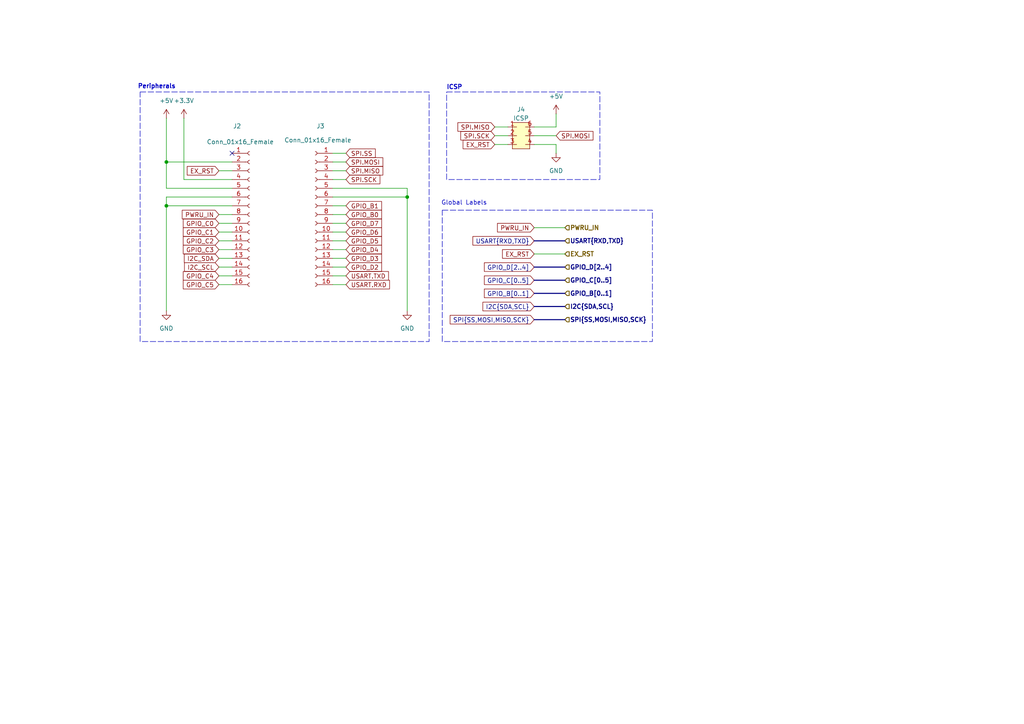
<source format=kicad_sch>
(kicad_sch
	(version 20231120)
	(generator "eeschema")
	(generator_version "8.0")
	(uuid "8b3b20e6-8f52-4e2b-b72b-c0a8f27cd99c")
	(paper "A4")
	(lib_symbols
		(symbol "Connector:Conn_01x16_Socket"
			(pin_names
				(offset 1.016) hide)
			(exclude_from_sim no)
			(in_bom yes)
			(on_board yes)
			(property "Reference" "J"
				(at 0 20.32 0)
				(effects
					(font
						(size 1.27 1.27)
					)
				)
			)
			(property "Value" "Conn_01x16_Socket"
				(at 0 -22.86 0)
				(effects
					(font
						(size 1.27 1.27)
					)
				)
			)
			(property "Footprint" ""
				(at 0 0 0)
				(effects
					(font
						(size 1.27 1.27)
					)
					(hide yes)
				)
			)
			(property "Datasheet" "~"
				(at 0 0 0)
				(effects
					(font
						(size 1.27 1.27)
					)
					(hide yes)
				)
			)
			(property "Description" "Generic connector, single row, 01x16, script generated"
				(at 0 0 0)
				(effects
					(font
						(size 1.27 1.27)
					)
					(hide yes)
				)
			)
			(property "ki_locked" ""
				(at 0 0 0)
				(effects
					(font
						(size 1.27 1.27)
					)
				)
			)
			(property "ki_keywords" "connector"
				(at 0 0 0)
				(effects
					(font
						(size 1.27 1.27)
					)
					(hide yes)
				)
			)
			(property "ki_fp_filters" "Connector*:*_1x??_*"
				(at 0 0 0)
				(effects
					(font
						(size 1.27 1.27)
					)
					(hide yes)
				)
			)
			(symbol "Conn_01x16_Socket_1_1"
				(arc
					(start 0 -19.812)
					(mid -0.5058 -20.32)
					(end 0 -20.828)
					(stroke
						(width 0.1524)
						(type default)
					)
					(fill
						(type none)
					)
				)
				(arc
					(start 0 -17.272)
					(mid -0.5058 -17.78)
					(end 0 -18.288)
					(stroke
						(width 0.1524)
						(type default)
					)
					(fill
						(type none)
					)
				)
				(arc
					(start 0 -14.732)
					(mid -0.5058 -15.24)
					(end 0 -15.748)
					(stroke
						(width 0.1524)
						(type default)
					)
					(fill
						(type none)
					)
				)
				(arc
					(start 0 -12.192)
					(mid -0.5058 -12.7)
					(end 0 -13.208)
					(stroke
						(width 0.1524)
						(type default)
					)
					(fill
						(type none)
					)
				)
				(arc
					(start 0 -9.652)
					(mid -0.5058 -10.16)
					(end 0 -10.668)
					(stroke
						(width 0.1524)
						(type default)
					)
					(fill
						(type none)
					)
				)
				(arc
					(start 0 -7.112)
					(mid -0.5058 -7.62)
					(end 0 -8.128)
					(stroke
						(width 0.1524)
						(type default)
					)
					(fill
						(type none)
					)
				)
				(arc
					(start 0 -4.572)
					(mid -0.5058 -5.08)
					(end 0 -5.588)
					(stroke
						(width 0.1524)
						(type default)
					)
					(fill
						(type none)
					)
				)
				(arc
					(start 0 -2.032)
					(mid -0.5058 -2.54)
					(end 0 -3.048)
					(stroke
						(width 0.1524)
						(type default)
					)
					(fill
						(type none)
					)
				)
				(polyline
					(pts
						(xy -1.27 -20.32) (xy -0.508 -20.32)
					)
					(stroke
						(width 0.1524)
						(type default)
					)
					(fill
						(type none)
					)
				)
				(polyline
					(pts
						(xy -1.27 -17.78) (xy -0.508 -17.78)
					)
					(stroke
						(width 0.1524)
						(type default)
					)
					(fill
						(type none)
					)
				)
				(polyline
					(pts
						(xy -1.27 -15.24) (xy -0.508 -15.24)
					)
					(stroke
						(width 0.1524)
						(type default)
					)
					(fill
						(type none)
					)
				)
				(polyline
					(pts
						(xy -1.27 -12.7) (xy -0.508 -12.7)
					)
					(stroke
						(width 0.1524)
						(type default)
					)
					(fill
						(type none)
					)
				)
				(polyline
					(pts
						(xy -1.27 -10.16) (xy -0.508 -10.16)
					)
					(stroke
						(width 0.1524)
						(type default)
					)
					(fill
						(type none)
					)
				)
				(polyline
					(pts
						(xy -1.27 -7.62) (xy -0.508 -7.62)
					)
					(stroke
						(width 0.1524)
						(type default)
					)
					(fill
						(type none)
					)
				)
				(polyline
					(pts
						(xy -1.27 -5.08) (xy -0.508 -5.08)
					)
					(stroke
						(width 0.1524)
						(type default)
					)
					(fill
						(type none)
					)
				)
				(polyline
					(pts
						(xy -1.27 -2.54) (xy -0.508 -2.54)
					)
					(stroke
						(width 0.1524)
						(type default)
					)
					(fill
						(type none)
					)
				)
				(polyline
					(pts
						(xy -1.27 0) (xy -0.508 0)
					)
					(stroke
						(width 0.1524)
						(type default)
					)
					(fill
						(type none)
					)
				)
				(polyline
					(pts
						(xy -1.27 2.54) (xy -0.508 2.54)
					)
					(stroke
						(width 0.1524)
						(type default)
					)
					(fill
						(type none)
					)
				)
				(polyline
					(pts
						(xy -1.27 5.08) (xy -0.508 5.08)
					)
					(stroke
						(width 0.1524)
						(type default)
					)
					(fill
						(type none)
					)
				)
				(polyline
					(pts
						(xy -1.27 7.62) (xy -0.508 7.62)
					)
					(stroke
						(width 0.1524)
						(type default)
					)
					(fill
						(type none)
					)
				)
				(polyline
					(pts
						(xy -1.27 10.16) (xy -0.508 10.16)
					)
					(stroke
						(width 0.1524)
						(type default)
					)
					(fill
						(type none)
					)
				)
				(polyline
					(pts
						(xy -1.27 12.7) (xy -0.508 12.7)
					)
					(stroke
						(width 0.1524)
						(type default)
					)
					(fill
						(type none)
					)
				)
				(polyline
					(pts
						(xy -1.27 15.24) (xy -0.508 15.24)
					)
					(stroke
						(width 0.1524)
						(type default)
					)
					(fill
						(type none)
					)
				)
				(polyline
					(pts
						(xy -1.27 17.78) (xy -0.508 17.78)
					)
					(stroke
						(width 0.1524)
						(type default)
					)
					(fill
						(type none)
					)
				)
				(arc
					(start 0 0.508)
					(mid -0.5058 0)
					(end 0 -0.508)
					(stroke
						(width 0.1524)
						(type default)
					)
					(fill
						(type none)
					)
				)
				(arc
					(start 0 3.048)
					(mid -0.5058 2.54)
					(end 0 2.032)
					(stroke
						(width 0.1524)
						(type default)
					)
					(fill
						(type none)
					)
				)
				(arc
					(start 0 5.588)
					(mid -0.5058 5.08)
					(end 0 4.572)
					(stroke
						(width 0.1524)
						(type default)
					)
					(fill
						(type none)
					)
				)
				(arc
					(start 0 8.128)
					(mid -0.5058 7.62)
					(end 0 7.112)
					(stroke
						(width 0.1524)
						(type default)
					)
					(fill
						(type none)
					)
				)
				(arc
					(start 0 10.668)
					(mid -0.5058 10.16)
					(end 0 9.652)
					(stroke
						(width 0.1524)
						(type default)
					)
					(fill
						(type none)
					)
				)
				(arc
					(start 0 13.208)
					(mid -0.5058 12.7)
					(end 0 12.192)
					(stroke
						(width 0.1524)
						(type default)
					)
					(fill
						(type none)
					)
				)
				(arc
					(start 0 15.748)
					(mid -0.5058 15.24)
					(end 0 14.732)
					(stroke
						(width 0.1524)
						(type default)
					)
					(fill
						(type none)
					)
				)
				(arc
					(start 0 18.288)
					(mid -0.5058 17.78)
					(end 0 17.272)
					(stroke
						(width 0.1524)
						(type default)
					)
					(fill
						(type none)
					)
				)
				(pin passive line
					(at -5.08 17.78 0)
					(length 3.81)
					(name "Pin_1"
						(effects
							(font
								(size 1.27 1.27)
							)
						)
					)
					(number "1"
						(effects
							(font
								(size 1.27 1.27)
							)
						)
					)
				)
				(pin passive line
					(at -5.08 -5.08 0)
					(length 3.81)
					(name "Pin_10"
						(effects
							(font
								(size 1.27 1.27)
							)
						)
					)
					(number "10"
						(effects
							(font
								(size 1.27 1.27)
							)
						)
					)
				)
				(pin passive line
					(at -5.08 -7.62 0)
					(length 3.81)
					(name "Pin_11"
						(effects
							(font
								(size 1.27 1.27)
							)
						)
					)
					(number "11"
						(effects
							(font
								(size 1.27 1.27)
							)
						)
					)
				)
				(pin passive line
					(at -5.08 -10.16 0)
					(length 3.81)
					(name "Pin_12"
						(effects
							(font
								(size 1.27 1.27)
							)
						)
					)
					(number "12"
						(effects
							(font
								(size 1.27 1.27)
							)
						)
					)
				)
				(pin passive line
					(at -5.08 -12.7 0)
					(length 3.81)
					(name "Pin_13"
						(effects
							(font
								(size 1.27 1.27)
							)
						)
					)
					(number "13"
						(effects
							(font
								(size 1.27 1.27)
							)
						)
					)
				)
				(pin passive line
					(at -5.08 -15.24 0)
					(length 3.81)
					(name "Pin_14"
						(effects
							(font
								(size 1.27 1.27)
							)
						)
					)
					(number "14"
						(effects
							(font
								(size 1.27 1.27)
							)
						)
					)
				)
				(pin passive line
					(at -5.08 -17.78 0)
					(length 3.81)
					(name "Pin_15"
						(effects
							(font
								(size 1.27 1.27)
							)
						)
					)
					(number "15"
						(effects
							(font
								(size 1.27 1.27)
							)
						)
					)
				)
				(pin passive line
					(at -5.08 -20.32 0)
					(length 3.81)
					(name "Pin_16"
						(effects
							(font
								(size 1.27 1.27)
							)
						)
					)
					(number "16"
						(effects
							(font
								(size 1.27 1.27)
							)
						)
					)
				)
				(pin passive line
					(at -5.08 15.24 0)
					(length 3.81)
					(name "Pin_2"
						(effects
							(font
								(size 1.27 1.27)
							)
						)
					)
					(number "2"
						(effects
							(font
								(size 1.27 1.27)
							)
						)
					)
				)
				(pin passive line
					(at -5.08 12.7 0)
					(length 3.81)
					(name "Pin_3"
						(effects
							(font
								(size 1.27 1.27)
							)
						)
					)
					(number "3"
						(effects
							(font
								(size 1.27 1.27)
							)
						)
					)
				)
				(pin passive line
					(at -5.08 10.16 0)
					(length 3.81)
					(name "Pin_4"
						(effects
							(font
								(size 1.27 1.27)
							)
						)
					)
					(number "4"
						(effects
							(font
								(size 1.27 1.27)
							)
						)
					)
				)
				(pin passive line
					(at -5.08 7.62 0)
					(length 3.81)
					(name "Pin_5"
						(effects
							(font
								(size 1.27 1.27)
							)
						)
					)
					(number "5"
						(effects
							(font
								(size 1.27 1.27)
							)
						)
					)
				)
				(pin passive line
					(at -5.08 5.08 0)
					(length 3.81)
					(name "Pin_6"
						(effects
							(font
								(size 1.27 1.27)
							)
						)
					)
					(number "6"
						(effects
							(font
								(size 1.27 1.27)
							)
						)
					)
				)
				(pin passive line
					(at -5.08 2.54 0)
					(length 3.81)
					(name "Pin_7"
						(effects
							(font
								(size 1.27 1.27)
							)
						)
					)
					(number "7"
						(effects
							(font
								(size 1.27 1.27)
							)
						)
					)
				)
				(pin passive line
					(at -5.08 0 0)
					(length 3.81)
					(name "Pin_8"
						(effects
							(font
								(size 1.27 1.27)
							)
						)
					)
					(number "8"
						(effects
							(font
								(size 1.27 1.27)
							)
						)
					)
				)
				(pin passive line
					(at -5.08 -2.54 0)
					(length 3.81)
					(name "Pin_9"
						(effects
							(font
								(size 1.27 1.27)
							)
						)
					)
					(number "9"
						(effects
							(font
								(size 1.27 1.27)
							)
						)
					)
				)
			)
		)
		(symbol "New_Library:ICSP"
			(exclude_from_sim no)
			(in_bom yes)
			(on_board yes)
			(property "Reference" "J"
				(at -2.54 5.08 0)
				(effects
					(font
						(size 1.27 1.27)
					)
				)
			)
			(property "Value" ""
				(at 0 0 0)
				(effects
					(font
						(size 1.27 1.27)
					)
				)
			)
			(property "Footprint" ""
				(at 0 0 0)
				(effects
					(font
						(size 1.27 1.27)
					)
					(hide yes)
				)
			)
			(property "Datasheet" ""
				(at 0 0 0)
				(effects
					(font
						(size 1.27 1.27)
					)
					(hide yes)
				)
			)
			(property "Description" ""
				(at 0 0 0)
				(effects
					(font
						(size 1.27 1.27)
					)
					(hide yes)
				)
			)
			(symbol "ICSP_0_1"
				(rectangle
					(start -5.08 3.81)
					(end 0 -3.81)
					(stroke
						(width 0)
						(type default)
					)
					(fill
						(type color)
						(color 255 255 194 1)
					)
				)
			)
			(symbol "ICSP_1_1"
				(pin input line
					(at -6.35 2.54 0)
					(length 2.54)
					(name ""
						(effects
							(font
								(size 1.27 1.27)
							)
						)
					)
					(number "1"
						(effects
							(font
								(size 1.27 1.27)
							)
						)
					)
				)
				(pin input line
					(at -6.35 0 0)
					(length 2.54)
					(name ""
						(effects
							(font
								(size 1.27 1.27)
							)
						)
					)
					(number "2"
						(effects
							(font
								(size 1.27 1.27)
							)
						)
					)
				)
				(pin input line
					(at -6.35 -2.54 0)
					(length 2.54)
					(name ""
						(effects
							(font
								(size 1.27 1.27)
							)
						)
					)
					(number "3"
						(effects
							(font
								(size 1.27 1.27)
							)
						)
					)
				)
				(pin input line
					(at 1.27 -2.54 180)
					(length 2.54)
					(name ""
						(effects
							(font
								(size 1.27 1.27)
							)
						)
					)
					(number "4"
						(effects
							(font
								(size 1.27 1.27)
							)
						)
					)
				)
				(pin input line
					(at 1.27 0 180)
					(length 2.54)
					(name ""
						(effects
							(font
								(size 1.27 1.27)
							)
						)
					)
					(number "5"
						(effects
							(font
								(size 1.27 1.27)
							)
						)
					)
				)
				(pin input line
					(at 1.27 2.54 180)
					(length 2.54)
					(name ""
						(effects
							(font
								(size 1.27 1.27)
							)
						)
					)
					(number "6"
						(effects
							(font
								(size 1.27 1.27)
							)
						)
					)
				)
			)
		)
		(symbol "power:+3.3V"
			(power)
			(pin_numbers hide)
			(pin_names
				(offset 0) hide)
			(exclude_from_sim no)
			(in_bom yes)
			(on_board yes)
			(property "Reference" "#PWR"
				(at 0 -3.81 0)
				(effects
					(font
						(size 1.27 1.27)
					)
					(hide yes)
				)
			)
			(property "Value" "+3.3V"
				(at 0 3.556 0)
				(effects
					(font
						(size 1.27 1.27)
					)
				)
			)
			(property "Footprint" ""
				(at 0 0 0)
				(effects
					(font
						(size 1.27 1.27)
					)
					(hide yes)
				)
			)
			(property "Datasheet" ""
				(at 0 0 0)
				(effects
					(font
						(size 1.27 1.27)
					)
					(hide yes)
				)
			)
			(property "Description" "Power symbol creates a global label with name \"+3.3V\""
				(at 0 0 0)
				(effects
					(font
						(size 1.27 1.27)
					)
					(hide yes)
				)
			)
			(property "ki_keywords" "global power"
				(at 0 0 0)
				(effects
					(font
						(size 1.27 1.27)
					)
					(hide yes)
				)
			)
			(symbol "+3.3V_0_1"
				(polyline
					(pts
						(xy -0.762 1.27) (xy 0 2.54)
					)
					(stroke
						(width 0)
						(type default)
					)
					(fill
						(type none)
					)
				)
				(polyline
					(pts
						(xy 0 0) (xy 0 2.54)
					)
					(stroke
						(width 0)
						(type default)
					)
					(fill
						(type none)
					)
				)
				(polyline
					(pts
						(xy 0 2.54) (xy 0.762 1.27)
					)
					(stroke
						(width 0)
						(type default)
					)
					(fill
						(type none)
					)
				)
			)
			(symbol "+3.3V_1_1"
				(pin power_in line
					(at 0 0 90)
					(length 0)
					(name "~"
						(effects
							(font
								(size 1.27 1.27)
							)
						)
					)
					(number "1"
						(effects
							(font
								(size 1.27 1.27)
							)
						)
					)
				)
			)
		)
		(symbol "power:+5V"
			(power)
			(pin_numbers hide)
			(pin_names
				(offset 0) hide)
			(exclude_from_sim no)
			(in_bom yes)
			(on_board yes)
			(property "Reference" "#PWR"
				(at 0 -3.81 0)
				(effects
					(font
						(size 1.27 1.27)
					)
					(hide yes)
				)
			)
			(property "Value" "+5V"
				(at 0 3.556 0)
				(effects
					(font
						(size 1.27 1.27)
					)
				)
			)
			(property "Footprint" ""
				(at 0 0 0)
				(effects
					(font
						(size 1.27 1.27)
					)
					(hide yes)
				)
			)
			(property "Datasheet" ""
				(at 0 0 0)
				(effects
					(font
						(size 1.27 1.27)
					)
					(hide yes)
				)
			)
			(property "Description" "Power symbol creates a global label with name \"+5V\""
				(at 0 0 0)
				(effects
					(font
						(size 1.27 1.27)
					)
					(hide yes)
				)
			)
			(property "ki_keywords" "global power"
				(at 0 0 0)
				(effects
					(font
						(size 1.27 1.27)
					)
					(hide yes)
				)
			)
			(symbol "+5V_0_1"
				(polyline
					(pts
						(xy -0.762 1.27) (xy 0 2.54)
					)
					(stroke
						(width 0)
						(type default)
					)
					(fill
						(type none)
					)
				)
				(polyline
					(pts
						(xy 0 0) (xy 0 2.54)
					)
					(stroke
						(width 0)
						(type default)
					)
					(fill
						(type none)
					)
				)
				(polyline
					(pts
						(xy 0 2.54) (xy 0.762 1.27)
					)
					(stroke
						(width 0)
						(type default)
					)
					(fill
						(type none)
					)
				)
			)
			(symbol "+5V_1_1"
				(pin power_in line
					(at 0 0 90)
					(length 0)
					(name "~"
						(effects
							(font
								(size 1.27 1.27)
							)
						)
					)
					(number "1"
						(effects
							(font
								(size 1.27 1.27)
							)
						)
					)
				)
			)
		)
		(symbol "power:GND"
			(power)
			(pin_numbers hide)
			(pin_names
				(offset 0) hide)
			(exclude_from_sim no)
			(in_bom yes)
			(on_board yes)
			(property "Reference" "#PWR"
				(at 0 -6.35 0)
				(effects
					(font
						(size 1.27 1.27)
					)
					(hide yes)
				)
			)
			(property "Value" "GND"
				(at 0 -3.81 0)
				(effects
					(font
						(size 1.27 1.27)
					)
				)
			)
			(property "Footprint" ""
				(at 0 0 0)
				(effects
					(font
						(size 1.27 1.27)
					)
					(hide yes)
				)
			)
			(property "Datasheet" ""
				(at 0 0 0)
				(effects
					(font
						(size 1.27 1.27)
					)
					(hide yes)
				)
			)
			(property "Description" "Power symbol creates a global label with name \"GND\" , ground"
				(at 0 0 0)
				(effects
					(font
						(size 1.27 1.27)
					)
					(hide yes)
				)
			)
			(property "ki_keywords" "global power"
				(at 0 0 0)
				(effects
					(font
						(size 1.27 1.27)
					)
					(hide yes)
				)
			)
			(symbol "GND_0_1"
				(polyline
					(pts
						(xy 0 0) (xy 0 -1.27) (xy 1.27 -1.27) (xy 0 -2.54) (xy -1.27 -1.27) (xy 0 -1.27)
					)
					(stroke
						(width 0)
						(type default)
					)
					(fill
						(type none)
					)
				)
			)
			(symbol "GND_1_1"
				(pin power_in line
					(at 0 0 270)
					(length 0)
					(name "~"
						(effects
							(font
								(size 1.27 1.27)
							)
						)
					)
					(number "1"
						(effects
							(font
								(size 1.27 1.27)
							)
						)
					)
				)
			)
		)
	)
	(junction
		(at 118.11 57.15)
		(diameter 0)
		(color 0 0 0 0)
		(uuid "04526760-9389-4e55-b692-0cc791085d19")
	)
	(junction
		(at 48.26 59.69)
		(diameter 0)
		(color 0 0 0 0)
		(uuid "5d131818-4b42-49a5-9afd-9af9e9050e94")
	)
	(junction
		(at 48.26 46.99)
		(diameter 0)
		(color 0 0 0 0)
		(uuid "8021f038-e29b-46e2-9ad4-e29075e5e591")
	)
	(no_connect
		(at 67.31 44.45)
		(uuid "901063e7-2b87-45b4-9825-e6dba15e7f99")
	)
	(wire
		(pts
			(xy 67.31 57.15) (xy 48.26 57.15)
		)
		(stroke
			(width 0)
			(type default)
		)
		(uuid "010d009a-762d-4a5e-8afe-b3f48437ad63")
	)
	(wire
		(pts
			(xy 96.52 54.61) (xy 118.11 54.61)
		)
		(stroke
			(width 0)
			(type default)
		)
		(uuid "04d8e8a4-4b77-4abe-9689-a6b2061a6057")
	)
	(bus
		(pts
			(xy 154.94 85.09) (xy 163.83 85.09)
		)
		(stroke
			(width 0)
			(type default)
		)
		(uuid "064978e1-7122-483c-b48d-ca7963887055")
	)
	(wire
		(pts
			(xy 96.52 77.47) (xy 100.33 77.47)
		)
		(stroke
			(width 0)
			(type default)
		)
		(uuid "0bc53642-bd3d-4096-b8b3-aae152acf8a2")
	)
	(wire
		(pts
			(xy 96.52 57.15) (xy 118.11 57.15)
		)
		(stroke
			(width 0)
			(type default)
		)
		(uuid "0c72b26e-0c3a-427f-b82a-ee60dc0a013b")
	)
	(wire
		(pts
			(xy 96.52 64.77) (xy 100.33 64.77)
		)
		(stroke
			(width 0)
			(type default)
		)
		(uuid "0fd552d1-7018-4690-a20c-f9d0011f8bae")
	)
	(bus
		(pts
			(xy 154.94 77.47) (xy 163.83 77.47)
		)
		(stroke
			(width 0)
			(type default)
		)
		(uuid "105a67a3-1d5d-409c-a06c-07cc299b3fe9")
	)
	(wire
		(pts
			(xy 63.5 77.47) (xy 67.31 77.47)
		)
		(stroke
			(width 0)
			(type default)
		)
		(uuid "25774475-6c5a-4cc3-9dfa-a18337a3c009")
	)
	(wire
		(pts
			(xy 143.51 39.37) (xy 147.32 39.37)
		)
		(stroke
			(width 0)
			(type default)
		)
		(uuid "2604ca62-b8ad-426b-bb98-060f2a1cfff8")
	)
	(wire
		(pts
			(xy 96.52 82.55) (xy 100.33 82.55)
		)
		(stroke
			(width 0)
			(type default)
		)
		(uuid "260fc3e8-ea39-423c-9473-7c465f4b6cd9")
	)
	(wire
		(pts
			(xy 96.52 74.93) (xy 100.33 74.93)
		)
		(stroke
			(width 0)
			(type default)
		)
		(uuid "28cebfb9-39fe-465a-8a0b-b68d9ede3da9")
	)
	(wire
		(pts
			(xy 154.94 39.37) (xy 161.29 39.37)
		)
		(stroke
			(width 0)
			(type default)
		)
		(uuid "28d8b663-99d4-4b2c-ab9b-17a6302b1629")
	)
	(wire
		(pts
			(xy 63.5 49.53) (xy 67.31 49.53)
		)
		(stroke
			(width 0)
			(type default)
		)
		(uuid "2b33816c-b620-4b91-9d83-33a13c9e2e2b")
	)
	(wire
		(pts
			(xy 96.52 72.39) (xy 100.33 72.39)
		)
		(stroke
			(width 0)
			(type default)
		)
		(uuid "2dd08cf1-4679-41ab-9185-f8091523a614")
	)
	(wire
		(pts
			(xy 63.5 67.31) (xy 67.31 67.31)
		)
		(stroke
			(width 0)
			(type default)
		)
		(uuid "370e20e9-46d4-40dc-9329-8fc314aebe8b")
	)
	(wire
		(pts
			(xy 96.52 49.53) (xy 100.33 49.53)
		)
		(stroke
			(width 0)
			(type default)
		)
		(uuid "37c618f6-4b58-476f-b29b-5eba60252f15")
	)
	(wire
		(pts
			(xy 96.52 59.69) (xy 100.33 59.69)
		)
		(stroke
			(width 0)
			(type default)
		)
		(uuid "44ba9767-47a3-48c3-a760-5764e765659c")
	)
	(wire
		(pts
			(xy 96.52 44.45) (xy 100.33 44.45)
		)
		(stroke
			(width 0)
			(type default)
		)
		(uuid "4590b4c8-d202-4de5-81c9-acb1d8160d2b")
	)
	(wire
		(pts
			(xy 143.51 41.91) (xy 147.32 41.91)
		)
		(stroke
			(width 0)
			(type default)
		)
		(uuid "4606e3a3-41fc-4e0c-8c3a-94e0b3de4536")
	)
	(wire
		(pts
			(xy 96.52 67.31) (xy 100.33 67.31)
		)
		(stroke
			(width 0)
			(type default)
		)
		(uuid "4c8a3b3e-9ead-42fd-822b-5df800ab1986")
	)
	(wire
		(pts
			(xy 118.11 54.61) (xy 118.11 57.15)
		)
		(stroke
			(width 0)
			(type default)
		)
		(uuid "5c90ac76-16ab-4098-918d-d3ed146ca4a8")
	)
	(wire
		(pts
			(xy 161.29 41.91) (xy 161.29 44.45)
		)
		(stroke
			(width 0)
			(type default)
		)
		(uuid "5f66f865-ac48-4b03-a98a-6b02ef6f5c29")
	)
	(wire
		(pts
			(xy 154.94 66.04) (xy 163.83 66.04)
		)
		(stroke
			(width 0)
			(type default)
		)
		(uuid "6bd26f7d-11f8-4b2d-a8ef-1c119f973226")
	)
	(wire
		(pts
			(xy 48.26 46.99) (xy 48.26 34.29)
		)
		(stroke
			(width 0)
			(type default)
		)
		(uuid "71ff8631-1187-493f-bd77-236c02d30b7c")
	)
	(wire
		(pts
			(xy 154.94 41.91) (xy 161.29 41.91)
		)
		(stroke
			(width 0)
			(type default)
		)
		(uuid "7ca7dc2b-1413-40bb-a9a9-e3c590439161")
	)
	(wire
		(pts
			(xy 53.34 52.07) (xy 67.31 52.07)
		)
		(stroke
			(width 0)
			(type default)
		)
		(uuid "81c353a2-b786-481d-a10a-64586517db08")
	)
	(wire
		(pts
			(xy 154.94 36.83) (xy 161.29 36.83)
		)
		(stroke
			(width 0)
			(type default)
		)
		(uuid "89ef440b-537c-45c1-864e-fa9dd1c90d6c")
	)
	(bus
		(pts
			(xy 154.94 81.28) (xy 163.83 81.28)
		)
		(stroke
			(width 0)
			(type default)
		)
		(uuid "8c64ac84-e502-49fa-879a-36aa05aa986b")
	)
	(wire
		(pts
			(xy 96.52 52.07) (xy 100.33 52.07)
		)
		(stroke
			(width 0)
			(type default)
		)
		(uuid "8ef0b198-dd6b-458b-bc55-ce4b27f0e075")
	)
	(wire
		(pts
			(xy 96.52 69.85) (xy 100.33 69.85)
		)
		(stroke
			(width 0)
			(type default)
		)
		(uuid "8f17d8cf-3e00-41ef-97af-860e6dc06706")
	)
	(wire
		(pts
			(xy 48.26 59.69) (xy 48.26 90.17)
		)
		(stroke
			(width 0)
			(type default)
		)
		(uuid "908f7e82-6435-479d-806e-084d84ea577c")
	)
	(wire
		(pts
			(xy 63.5 74.93) (xy 67.31 74.93)
		)
		(stroke
			(width 0)
			(type default)
		)
		(uuid "933ebf33-a9f7-4ecd-9f68-fbc12cb3c872")
	)
	(wire
		(pts
			(xy 63.5 64.77) (xy 67.31 64.77)
		)
		(stroke
			(width 0)
			(type default)
		)
		(uuid "93e5659b-7d03-4a9b-9bb1-6f0a24f867a6")
	)
	(wire
		(pts
			(xy 67.31 46.99) (xy 48.26 46.99)
		)
		(stroke
			(width 0)
			(type default)
		)
		(uuid "942f6e83-29b6-4d86-99ae-c98d5e5e6e5d")
	)
	(bus
		(pts
			(xy 154.94 88.9) (xy 163.83 88.9)
		)
		(stroke
			(width 0)
			(type default)
		)
		(uuid "980f8e53-c903-4aa4-b8bb-77c8e04cef61")
	)
	(wire
		(pts
			(xy 143.51 36.83) (xy 147.32 36.83)
		)
		(stroke
			(width 0)
			(type default)
		)
		(uuid "9af422a3-7bb5-4c41-9d72-4b618ef1cd15")
	)
	(wire
		(pts
			(xy 63.5 80.01) (xy 67.31 80.01)
		)
		(stroke
			(width 0)
			(type default)
		)
		(uuid "9ff572ce-507f-400d-899f-3e9d1127b900")
	)
	(bus
		(pts
			(xy 154.94 69.85) (xy 163.83 69.85)
		)
		(stroke
			(width 0)
			(type default)
		)
		(uuid "a0d43a5b-385d-432b-82ca-22122286d99e")
	)
	(wire
		(pts
			(xy 63.5 62.23) (xy 67.31 62.23)
		)
		(stroke
			(width 0)
			(type default)
		)
		(uuid "a4008371-946b-428f-8822-aa06574bb2f5")
	)
	(wire
		(pts
			(xy 48.26 57.15) (xy 48.26 59.69)
		)
		(stroke
			(width 0)
			(type default)
		)
		(uuid "ac085deb-4cd6-4a40-aa9d-c7136e109fcb")
	)
	(wire
		(pts
			(xy 48.26 54.61) (xy 48.26 46.99)
		)
		(stroke
			(width 0)
			(type default)
		)
		(uuid "b0ac5b37-8715-4f7a-8502-9a44fd68f22a")
	)
	(bus
		(pts
			(xy 154.94 92.71) (xy 163.83 92.71)
		)
		(stroke
			(width 0)
			(type default)
		)
		(uuid "b2c83e30-742b-43ed-83c1-a5d713d6a863")
	)
	(wire
		(pts
			(xy 63.5 72.39) (xy 67.31 72.39)
		)
		(stroke
			(width 0)
			(type default)
		)
		(uuid "c755c034-a996-4c57-949b-5fc56f53273d")
	)
	(wire
		(pts
			(xy 63.5 69.85) (xy 67.31 69.85)
		)
		(stroke
			(width 0)
			(type default)
		)
		(uuid "d66e10f6-4365-40de-a4ad-95aab56bbbe1")
	)
	(wire
		(pts
			(xy 48.26 59.69) (xy 67.31 59.69)
		)
		(stroke
			(width 0)
			(type default)
		)
		(uuid "d6a9f5be-bd29-4a6b-b85c-566ee08e70b3")
	)
	(wire
		(pts
			(xy 96.52 46.99) (xy 100.33 46.99)
		)
		(stroke
			(width 0)
			(type default)
		)
		(uuid "d6e2a6d3-dddc-4d6b-a0dd-a3364dbdb281")
	)
	(wire
		(pts
			(xy 53.34 34.29) (xy 53.34 52.07)
		)
		(stroke
			(width 0)
			(type default)
		)
		(uuid "d9cc64ba-df51-457a-b111-b3714df964f6")
	)
	(wire
		(pts
			(xy 118.11 57.15) (xy 118.11 90.17)
		)
		(stroke
			(width 0)
			(type default)
		)
		(uuid "dddad2cf-f038-4dc6-a9ac-dab2078e89c4")
	)
	(wire
		(pts
			(xy 161.29 36.83) (xy 161.29 33.02)
		)
		(stroke
			(width 0)
			(type default)
		)
		(uuid "e63b6106-f114-45d0-a669-c4913ec81324")
	)
	(wire
		(pts
			(xy 96.52 62.23) (xy 100.33 62.23)
		)
		(stroke
			(width 0)
			(type default)
		)
		(uuid "e8669832-2068-4eaa-aaae-a5800250b3a4")
	)
	(wire
		(pts
			(xy 67.31 54.61) (xy 48.26 54.61)
		)
		(stroke
			(width 0)
			(type default)
		)
		(uuid "ee3f9f96-b68d-4030-bb49-de87ba7183e9")
	)
	(wire
		(pts
			(xy 63.5 82.55) (xy 67.31 82.55)
		)
		(stroke
			(width 0)
			(type default)
		)
		(uuid "ee6a3b30-6e82-4a38-ab03-fe3bf4bc479b")
	)
	(wire
		(pts
			(xy 154.94 73.66) (xy 163.83 73.66)
		)
		(stroke
			(width 0)
			(type default)
		)
		(uuid "f93c8e9a-c9b8-4fcf-b54d-f9380ef048ce")
	)
	(wire
		(pts
			(xy 96.52 80.01) (xy 100.33 80.01)
		)
		(stroke
			(width 0)
			(type default)
		)
		(uuid "fc5c662e-8585-4091-b61a-23403a176008")
	)
	(rectangle
		(start 129.54 26.67)
		(end 173.99 52.07)
		(stroke
			(width 0)
			(type dash)
		)
		(fill
			(type none)
		)
		(uuid 26df3704-4f05-4bc6-94e4-ca4ed2061c99)
	)
	(rectangle
		(start 40.64 26.67)
		(end 124.46 99.06)
		(stroke
			(width 0)
			(type dash)
		)
		(fill
			(type none)
		)
		(uuid 6f39d3a7-6f26-4c56-b95d-4b968372e721)
	)
	(rectangle
		(start 128.27 60.96)
		(end 189.23 99.06)
		(stroke
			(width 0)
			(type dash)
		)
		(fill
			(type none)
		)
		(uuid 9e1db33d-d935-4cbe-9da4-e1b6bb1ab65d)
	)
	(text "ICSP"
		(exclude_from_sim no)
		(at 131.826 25.4 0)
		(effects
			(font
				(size 1.27 1.27)
				(thickness 0.254)
				(bold yes)
			)
		)
		(uuid "58689b05-1127-45f2-9f84-565b3d55e8c3")
	)
	(text "Global Labels\n"
		(exclude_from_sim no)
		(at 134.62 58.928 0)
		(effects
			(font
				(size 1.27 1.27)
			)
		)
		(uuid "96610ca5-0c37-4895-9e79-88299c9d64c2")
	)
	(text "Peripherals"
		(exclude_from_sim no)
		(at 45.466 25.146 0)
		(effects
			(font
				(size 1.27 1.27)
				(thickness 0.254)
				(bold yes)
			)
		)
		(uuid "9f101a0c-462a-46b7-89a3-029d88234f62")
	)
	(global_label "GPIO_D6"
		(shape input)
		(at 100.33 67.31 0)
		(fields_autoplaced yes)
		(effects
			(font
				(size 1.27 1.27)
			)
			(justify left)
		)
		(uuid "07c01538-1ca5-4abb-b316-aae90c4f54fa")
		(property "Intersheetrefs" "${INTERSHEET_REFS}"
			(at 111.2376 67.31 0)
			(effects
				(font
					(size 1.27 1.27)
				)
				(justify left)
				(hide yes)
			)
		)
	)
	(global_label "I2C_SDA"
		(shape input)
		(at 63.5 74.93 180)
		(fields_autoplaced yes)
		(effects
			(font
				(size 1.27 1.27)
			)
			(justify right)
		)
		(uuid "095508d8-7f9d-461c-97f6-94e923f1e995")
		(property "Intersheetrefs" "${INTERSHEET_REFS}"
			(at 52.8948 74.93 0)
			(effects
				(font
					(size 1.27 1.27)
				)
				(justify right)
				(hide yes)
			)
		)
	)
	(global_label "GPIO_B1"
		(shape input)
		(at 100.33 59.69 0)
		(fields_autoplaced yes)
		(effects
			(font
				(size 1.27 1.27)
			)
			(justify left)
		)
		(uuid "0d9a0dcb-7794-46f5-ba68-749b76fea272")
		(property "Intersheetrefs" "${INTERSHEET_REFS}"
			(at 111.2376 59.69 0)
			(effects
				(font
					(size 1.27 1.27)
				)
				(justify left)
				(hide yes)
			)
		)
	)
	(global_label "EX_RST"
		(shape input)
		(at 63.5 49.53 180)
		(fields_autoplaced yes)
		(effects
			(font
				(size 1.27 1.27)
				(thickness 0.1588)
			)
			(justify right)
		)
		(uuid "12f5f7f2-5a0a-4ea0-974c-75b76337cb76")
		(property "Intersheetrefs" "${INTERSHEET_REFS}"
			(at 53.7416 49.53 0)
			(effects
				(font
					(size 1.27 1.27)
				)
				(justify right)
				(hide yes)
			)
		)
	)
	(global_label "SPI.MISO"
		(shape input)
		(at 143.51 36.83 180)
		(fields_autoplaced yes)
		(effects
			(font
				(size 1.27 1.27)
				(thickness 0.1588)
			)
			(justify right)
		)
		(uuid "17295100-610a-4bae-812e-6158e7476d27")
		(property "Intersheetrefs" "${INTERSHEET_REFS}"
			(at 132.2395 36.83 0)
			(effects
				(font
					(size 1.27 1.27)
				)
				(justify right)
				(hide yes)
			)
		)
	)
	(global_label "GPIO_C0"
		(shape input)
		(at 63.5 64.77 180)
		(fields_autoplaced yes)
		(effects
			(font
				(size 1.27 1.27)
			)
			(justify right)
		)
		(uuid "2ccf11e2-6451-43fd-8cb0-fd37cd1cd31f")
		(property "Intersheetrefs" "${INTERSHEET_REFS}"
			(at 52.5924 64.77 0)
			(effects
				(font
					(size 1.27 1.27)
				)
				(justify right)
				(hide yes)
			)
		)
	)
	(global_label "GPIO_D5"
		(shape input)
		(at 100.33 69.85 0)
		(fields_autoplaced yes)
		(effects
			(font
				(size 1.27 1.27)
			)
			(justify left)
		)
		(uuid "2f14eb98-e52d-41ad-870c-779d1cbe1395")
		(property "Intersheetrefs" "${INTERSHEET_REFS}"
			(at 111.2376 69.85 0)
			(effects
				(font
					(size 1.27 1.27)
				)
				(justify left)
				(hide yes)
			)
		)
	)
	(global_label "GPIO_C2"
		(shape input)
		(at 63.5 69.85 180)
		(fields_autoplaced yes)
		(effects
			(font
				(size 1.27 1.27)
			)
			(justify right)
		)
		(uuid "3079ad8a-a161-4586-b0b1-09dceb46cdea")
		(property "Intersheetrefs" "${INTERSHEET_REFS}"
			(at 52.5924 69.85 0)
			(effects
				(font
					(size 1.27 1.27)
				)
				(justify right)
				(hide yes)
			)
		)
	)
	(global_label "GPIO_C4"
		(shape input)
		(at 63.5 80.01 180)
		(fields_autoplaced yes)
		(effects
			(font
				(size 1.27 1.27)
			)
			(justify right)
		)
		(uuid "39e5e0c2-3faf-427c-93ba-4fd842ce2679")
		(property "Intersheetrefs" "${INTERSHEET_REFS}"
			(at 52.5924 80.01 0)
			(effects
				(font
					(size 1.27 1.27)
				)
				(justify right)
				(hide yes)
			)
		)
	)
	(global_label "SPI.MOSI"
		(shape input)
		(at 161.29 39.37 0)
		(fields_autoplaced yes)
		(effects
			(font
				(size 1.27 1.27)
				(thickness 0.1588)
			)
			(justify left)
		)
		(uuid "3a088b0f-e81e-4dc5-98f6-ae848b712b31")
		(property "Intersheetrefs" "${INTERSHEET_REFS}"
			(at 172.5605 39.37 0)
			(effects
				(font
					(size 1.27 1.27)
				)
				(justify left)
				(hide yes)
			)
		)
	)
	(global_label "GPIO_C3"
		(shape input)
		(at 63.5 72.39 180)
		(fields_autoplaced yes)
		(effects
			(font
				(size 1.27 1.27)
			)
			(justify right)
		)
		(uuid "42d1ee6b-6f3a-4378-b36b-db57a03f6574")
		(property "Intersheetrefs" "${INTERSHEET_REFS}"
			(at 52.5924 72.39 0)
			(effects
				(font
					(size 1.27 1.27)
				)
				(justify right)
				(hide yes)
			)
		)
	)
	(global_label "GPIO_D[2..4]"
		(shape input)
		(at 154.94 77.47 180)
		(fields_autoplaced yes)
		(effects
			(font
				(size 1.27 1.27)
			)
			(justify right)
		)
		(uuid "463b96fe-2d5e-42f5-80de-83dd77808a9f")
		(property "Intersheetrefs" "${INTERSHEET_REFS}"
			(at 139.9199 77.47 0)
			(effects
				(font
					(size 1.27 1.27)
				)
				(justify right)
				(hide yes)
			)
		)
	)
	(global_label "GPIO_B[0..1]"
		(shape input)
		(at 154.94 85.09 180)
		(fields_autoplaced yes)
		(effects
			(font
				(size 1.27 1.27)
			)
			(justify right)
		)
		(uuid "48b62c0b-b97c-415e-9710-65ab27dd3ae5")
		(property "Intersheetrefs" "${INTERSHEET_REFS}"
			(at 139.9199 85.09 0)
			(effects
				(font
					(size 1.27 1.27)
				)
				(justify right)
				(hide yes)
			)
		)
	)
	(global_label "SPI.SCK"
		(shape input)
		(at 143.51 39.37 180)
		(fields_autoplaced yes)
		(effects
			(font
				(size 1.27 1.27)
			)
			(justify right)
		)
		(uuid "4c96e909-3662-4ede-a451-baa13f28e96f")
		(property "Intersheetrefs" "${INTERSHEET_REFS}"
			(at 133.0862 39.37 0)
			(effects
				(font
					(size 1.27 1.27)
				)
				(justify right)
				(hide yes)
			)
		)
	)
	(global_label "SPI.MOSI"
		(shape input)
		(at 100.33 46.99 0)
		(fields_autoplaced yes)
		(effects
			(font
				(size 1.27 1.27)
			)
			(justify left)
		)
		(uuid "51a1a28e-5817-42f6-b4a1-caeedade01a5")
		(property "Intersheetrefs" "${INTERSHEET_REFS}"
			(at 111.6005 46.99 0)
			(effects
				(font
					(size 1.27 1.27)
				)
				(justify left)
				(hide yes)
			)
		)
	)
	(global_label "I2C{SDA,SCL}"
		(shape input)
		(at 154.94 88.9 180)
		(fields_autoplaced yes)
		(effects
			(font
				(size 1.27 1.27)
			)
			(justify right)
		)
		(uuid "8135c8f7-cdbf-424e-94d2-36be55382806")
		(property "Intersheetrefs" "${INTERSHEET_REFS}"
			(at 139.4966 88.9 0)
			(effects
				(font
					(size 1.27 1.27)
				)
				(justify right)
				(hide yes)
			)
		)
	)
	(global_label "GPIO_C5"
		(shape input)
		(at 63.5 82.55 180)
		(fields_autoplaced yes)
		(effects
			(font
				(size 1.27 1.27)
			)
			(justify right)
		)
		(uuid "861a1e9b-8140-4d1b-8390-803ce15081ff")
		(property "Intersheetrefs" "${INTERSHEET_REFS}"
			(at 52.5924 82.55 0)
			(effects
				(font
					(size 1.27 1.27)
				)
				(justify right)
				(hide yes)
			)
		)
	)
	(global_label "SPI.SCK"
		(shape input)
		(at 100.33 52.07 0)
		(fields_autoplaced yes)
		(effects
			(font
				(size 1.27 1.27)
			)
			(justify left)
		)
		(uuid "8e296b20-4726-425c-ab23-fb5fe963a0fc")
		(property "Intersheetrefs" "${INTERSHEET_REFS}"
			(at 110.7538 52.07 0)
			(effects
				(font
					(size 1.27 1.27)
				)
				(justify left)
				(hide yes)
			)
		)
	)
	(global_label "USART.RXD"
		(shape input)
		(at 100.33 82.55 0)
		(fields_autoplaced yes)
		(effects
			(font
				(size 1.27 1.27)
			)
			(justify left)
		)
		(uuid "909e5a8e-43bd-4adb-9d52-838ba4fe52bc")
		(property "Intersheetrefs" "${INTERSHEET_REFS}"
			(at 113.5357 82.55 0)
			(effects
				(font
					(size 1.27 1.27)
				)
				(justify left)
				(hide yes)
			)
		)
	)
	(global_label "I2C_SCL"
		(shape input)
		(at 63.5 77.47 180)
		(fields_autoplaced yes)
		(effects
			(font
				(size 1.27 1.27)
			)
			(justify right)
		)
		(uuid "9a5f7cfa-79c7-4e94-80bb-6e2b3f6fe362")
		(property "Intersheetrefs" "${INTERSHEET_REFS}"
			(at 52.9553 77.47 0)
			(effects
				(font
					(size 1.27 1.27)
				)
				(justify right)
				(hide yes)
			)
		)
	)
	(global_label "GPIO_B0"
		(shape input)
		(at 100.33 62.23 0)
		(fields_autoplaced yes)
		(effects
			(font
				(size 1.27 1.27)
			)
			(justify left)
		)
		(uuid "a561ed2d-6097-4450-9c87-73a7cba75ad6")
		(property "Intersheetrefs" "${INTERSHEET_REFS}"
			(at 111.2376 62.23 0)
			(effects
				(font
					(size 1.27 1.27)
				)
				(justify left)
				(hide yes)
			)
		)
	)
	(global_label "USART.TXD"
		(shape input)
		(at 100.33 80.01 0)
		(fields_autoplaced yes)
		(effects
			(font
				(size 1.27 1.27)
			)
			(justify left)
		)
		(uuid "a73bf875-d995-4a88-b8d4-6b0e1a6f4b75")
		(property "Intersheetrefs" "${INTERSHEET_REFS}"
			(at 113.2333 80.01 0)
			(effects
				(font
					(size 1.27 1.27)
				)
				(justify left)
				(hide yes)
			)
		)
	)
	(global_label "PWRU_IN"
		(shape input)
		(at 63.5 62.23 180)
		(fields_autoplaced yes)
		(effects
			(font
				(size 1.27 1.27)
			)
			(justify right)
		)
		(uuid "a9129b69-e311-4757-bee3-0ecde0dbbf77")
		(property "Intersheetrefs" "${INTERSHEET_REFS}"
			(at 52.29 62.23 0)
			(effects
				(font
					(size 1.27 1.27)
				)
				(justify right)
				(hide yes)
			)
		)
	)
	(global_label "GPIO_D7"
		(shape input)
		(at 100.33 64.77 0)
		(fields_autoplaced yes)
		(effects
			(font
				(size 1.27 1.27)
			)
			(justify left)
		)
		(uuid "aaeca45b-20c5-4fdf-9cb4-183e2859e9e7")
		(property "Intersheetrefs" "${INTERSHEET_REFS}"
			(at 111.2376 64.77 0)
			(effects
				(font
					(size 1.27 1.27)
				)
				(justify left)
				(hide yes)
			)
		)
	)
	(global_label "PWRU_IN"
		(shape input)
		(at 154.94 66.04 180)
		(fields_autoplaced yes)
		(effects
			(font
				(size 1.27 1.27)
				(thickness 0.1588)
			)
			(justify right)
		)
		(uuid "b2a440c5-1830-4a74-9347-bb4efa922d21")
		(property "Intersheetrefs" "${INTERSHEET_REFS}"
			(at 143.254 66.04 0)
			(effects
				(font
					(size 1.27 1.27)
				)
				(justify right)
				(hide yes)
			)
		)
	)
	(global_label "SPI{SS,MOSI,MISO,SCK}"
		(shape input)
		(at 154.94 92.71 180)
		(fields_autoplaced yes)
		(effects
			(font
				(size 1.27 1.27)
			)
			(justify right)
		)
		(uuid "b4eb2b05-f819-4828-82fe-34335615def7")
		(property "Intersheetrefs" "${INTERSHEET_REFS}"
			(at 130.0018 92.71 0)
			(effects
				(font
					(size 1.27 1.27)
				)
				(justify right)
				(hide yes)
			)
		)
	)
	(global_label "GPIO_C[0..5]"
		(shape input)
		(at 154.94 81.28 180)
		(fields_autoplaced yes)
		(effects
			(font
				(size 1.27 1.27)
			)
			(justify right)
		)
		(uuid "b71f0993-15c5-4d3c-8e47-29e6d6fec7df")
		(property "Intersheetrefs" "${INTERSHEET_REFS}"
			(at 139.9199 81.28 0)
			(effects
				(font
					(size 1.27 1.27)
				)
				(justify right)
				(hide yes)
			)
		)
	)
	(global_label "EX_RST"
		(shape input)
		(at 154.94 73.66 180)
		(fields_autoplaced yes)
		(effects
			(font
				(size 1.27 1.27)
				(thickness 0.1588)
			)
			(justify right)
		)
		(uuid "bdfdab17-26cc-4f79-8a4d-fd935bdcd6b1")
		(property "Intersheetrefs" "${INTERSHEET_REFS}"
			(at 145.1816 73.66 0)
			(effects
				(font
					(size 1.27 1.27)
				)
				(justify right)
				(hide yes)
			)
		)
	)
	(global_label "GPIO_D3"
		(shape input)
		(at 100.33 74.93 0)
		(fields_autoplaced yes)
		(effects
			(font
				(size 1.27 1.27)
			)
			(justify left)
		)
		(uuid "cf14fa06-1833-4ea5-aac1-4986ba44acf6")
		(property "Intersheetrefs" "${INTERSHEET_REFS}"
			(at 111.2376 74.93 0)
			(effects
				(font
					(size 1.27 1.27)
				)
				(justify left)
				(hide yes)
			)
		)
	)
	(global_label "GPIO_D4"
		(shape input)
		(at 100.33 72.39 0)
		(fields_autoplaced yes)
		(effects
			(font
				(size 1.27 1.27)
			)
			(justify left)
		)
		(uuid "d5cb8e06-5574-4939-b5aa-bc6d6ca2e49d")
		(property "Intersheetrefs" "${INTERSHEET_REFS}"
			(at 111.2376 72.39 0)
			(effects
				(font
					(size 1.27 1.27)
				)
				(justify left)
				(hide yes)
			)
		)
	)
	(global_label "EX_RST"
		(shape input)
		(at 143.51 41.91 180)
		(fields_autoplaced yes)
		(effects
			(font
				(size 1.27 1.27)
			)
			(justify right)
		)
		(uuid "de5095b1-f6a2-4066-bcb0-d77335e2eaa3")
		(property "Intersheetrefs" "${INTERSHEET_REFS}"
			(at 133.7516 41.91 0)
			(effects
				(font
					(size 1.27 1.27)
				)
				(justify right)
				(hide yes)
			)
		)
	)
	(global_label "SPI.MISO"
		(shape input)
		(at 100.33 49.53 0)
		(fields_autoplaced yes)
		(effects
			(font
				(size 1.27 1.27)
			)
			(justify left)
		)
		(uuid "df869855-91ac-4bd5-ba99-4537043da69f")
		(property "Intersheetrefs" "${INTERSHEET_REFS}"
			(at 111.6005 49.53 0)
			(effects
				(font
					(size 1.27 1.27)
				)
				(justify left)
				(hide yes)
			)
		)
	)
	(global_label "GPIO_D2"
		(shape input)
		(at 100.33 77.47 0)
		(fields_autoplaced yes)
		(effects
			(font
				(size 1.27 1.27)
			)
			(justify left)
		)
		(uuid "dfc76fb8-26f2-4862-97d7-09de056efea4")
		(property "Intersheetrefs" "${INTERSHEET_REFS}"
			(at 111.2376 77.47 0)
			(effects
				(font
					(size 1.27 1.27)
				)
				(justify left)
				(hide yes)
			)
		)
	)
	(global_label "GPIO_C1"
		(shape input)
		(at 63.5 67.31 180)
		(fields_autoplaced yes)
		(effects
			(font
				(size 1.27 1.27)
			)
			(justify right)
		)
		(uuid "e23be3d2-e70b-41db-9b02-06af75861df2")
		(property "Intersheetrefs" "${INTERSHEET_REFS}"
			(at 52.5924 67.31 0)
			(effects
				(font
					(size 1.27 1.27)
				)
				(justify right)
				(hide yes)
			)
		)
	)
	(global_label "SPI.SS"
		(shape input)
		(at 100.33 44.45 0)
		(fields_autoplaced yes)
		(effects
			(font
				(size 1.27 1.27)
			)
			(justify left)
		)
		(uuid "eadb4b31-fc01-4d25-a36c-653a80b65540")
		(property "Intersheetrefs" "${INTERSHEET_REFS}"
			(at 109.4233 44.45 0)
			(effects
				(font
					(size 1.27 1.27)
				)
				(justify left)
				(hide yes)
			)
		)
	)
	(global_label "USART{RXD,TXD}"
		(shape input)
		(at 154.94 69.85 180)
		(fields_autoplaced yes)
		(effects
			(font
				(size 1.27 1.27)
				(thickness 0.1588)
			)
			(justify right)
		)
		(uuid "eeff92ec-6c3f-419f-ae3a-e4946d7373c4")
		(property "Intersheetrefs" "${INTERSHEET_REFS}"
			(at 136.1178 69.85 0)
			(effects
				(font
					(size 1.27 1.27)
				)
				(justify right)
				(hide yes)
			)
		)
	)
	(hierarchical_label "SPI{SS,MOSI,MISO,SCK}"
		(shape input)
		(at 163.83 92.71 0)
		(fields_autoplaced yes)
		(effects
			(font
				(size 1.27 1.27)
				(thickness 0.254)
				(bold yes)
			)
			(justify left)
		)
		(uuid "194b954d-69b4-4278-8bee-e3fc7f5bbba5")
	)
	(hierarchical_label "EX_RST"
		(shape input)
		(at 163.83 73.66 0)
		(fields_autoplaced yes)
		(effects
			(font
				(size 1.27 1.27)
				(thickness 0.254)
				(bold yes)
			)
			(justify left)
		)
		(uuid "5248b758-be16-41a1-a0dd-3da6c551501e")
	)
	(hierarchical_label "USART{RXD,TXD}"
		(shape input)
		(at 163.83 69.85 0)
		(fields_autoplaced yes)
		(effects
			(font
				(size 1.27 1.27)
				(thickness 0.254)
				(bold yes)
			)
			(justify left)
		)
		(uuid "8f7d4c8b-9003-413d-b182-a2545358cca5")
	)
	(hierarchical_label "GPIO_B[0..1]"
		(shape input)
		(at 163.83 85.09 0)
		(fields_autoplaced yes)
		(effects
			(font
				(size 1.27 1.27)
				(thickness 0.254)
				(bold yes)
			)
			(justify left)
		)
		(uuid "9483da5f-b52c-4546-a4b1-49d0823a4afc")
	)
	(hierarchical_label "PWRU_IN"
		(shape input)
		(at 163.83 66.04 0)
		(fields_autoplaced yes)
		(effects
			(font
				(size 1.27 1.27)
				(thickness 0.254)
				(bold yes)
			)
			(justify left)
		)
		(uuid "979ca09c-3a56-4b0f-b725-fe51987136f4")
	)
	(hierarchical_label "GPIO_D[2..4]"
		(shape input)
		(at 163.83 77.47 0)
		(fields_autoplaced yes)
		(effects
			(font
				(size 1.27 1.27)
				(thickness 0.254)
				(bold yes)
			)
			(justify left)
		)
		(uuid "df81cbd9-b5bf-42ad-9db8-7996c40545b8")
	)
	(hierarchical_label "I2C{SDA,SCL}"
		(shape input)
		(at 163.83 88.9 0)
		(fields_autoplaced yes)
		(effects
			(font
				(size 1.27 1.27)
				(thickness 0.254)
				(bold yes)
			)
			(justify left)
		)
		(uuid "f66d12a9-d3e1-4517-bee4-3af3dc3e850f")
	)
	(hierarchical_label "GPIO_C[0..5]"
		(shape input)
		(at 163.83 81.28 0)
		(fields_autoplaced yes)
		(effects
			(font
				(size 1.27 1.27)
				(thickness 0.254)
				(bold yes)
			)
			(justify left)
		)
		(uuid "fb4409e5-3797-4a25-85a8-b1c34b2bbc49")
	)
	(symbol
		(lib_id "Connector:Conn_01x16_Socket")
		(at 91.44 62.23 0)
		(mirror y)
		(unit 1)
		(exclude_from_sim no)
		(in_bom yes)
		(on_board yes)
		(dnp no)
		(uuid "12e8fa17-1416-4b87-ba96-40a073ecc2cc")
		(property "Reference" "J3"
			(at 92.964 36.576 0)
			(effects
				(font
					(size 1.27 1.27)
				)
			)
		)
		(property "Value" "Conn_01x16_Female"
			(at 92.202 40.64 0)
			(effects
				(font
					(size 1.27 1.27)
				)
			)
		)
		(property "Footprint" ""
			(at 91.44 62.23 0)
			(effects
				(font
					(size 1.27 1.27)
				)
				(hide yes)
			)
		)
		(property "Datasheet" "~"
			(at 91.44 62.23 0)
			(effects
				(font
					(size 1.27 1.27)
				)
				(hide yes)
			)
		)
		(property "Description" "Generic connector, single row, 01x16, script generated"
			(at 91.44 62.23 0)
			(effects
				(font
					(size 1.27 1.27)
				)
				(hide yes)
			)
		)
		(pin "9"
			(uuid "4a84fe91-d6f1-4cb8-bde4-7a0becd71280")
		)
		(pin "6"
			(uuid "09558c6b-ac21-4658-b10e-fb9c82d448ba")
		)
		(pin "8"
			(uuid "0715163d-da20-43b7-a06a-840d656a958d")
		)
		(pin "2"
			(uuid "0180ce4b-7665-4448-8363-247af9b42783")
		)
		(pin "11"
			(uuid "fd2f1403-00b2-473b-98de-c1d78cc939fe")
		)
		(pin "12"
			(uuid "1fd18c1f-1dd0-4d4f-904c-53f91d2b3131")
		)
		(pin "15"
			(uuid "030eb707-6205-49a4-a4e1-784a3ff320b1")
		)
		(pin "5"
			(uuid "49b7d022-7ded-4ea2-86c6-7b6c229048d4")
		)
		(pin "1"
			(uuid "c790b13a-a671-443e-8944-1ee91ff6f1ab")
		)
		(pin "3"
			(uuid "ebe600a1-0618-4c05-bf07-62c024b39410")
		)
		(pin "4"
			(uuid "7c143b83-e02a-4700-bb62-0ce17685c57d")
		)
		(pin "16"
			(uuid "869ca463-4319-4097-bf36-71ec74a9f6d6")
		)
		(pin "7"
			(uuid "08187fd0-501e-4651-9226-395875f58eea")
		)
		(pin "14"
			(uuid "c7a60a58-5027-41f1-87c9-ac17ad299b74")
		)
		(pin "10"
			(uuid "5df4ade2-62d6-460d-b20b-97fbf1fe9b06")
		)
		(pin "13"
			(uuid "9e443746-a15d-4cfc-ac52-37fed4f0448c")
		)
		(instances
			(project ""
				(path "/dbf80f57-4e14-4c6a-a270-b7066e68e053/31703a04-fa44-43ef-ace5-6de6c50723bc"
					(reference "J3")
					(unit 1)
				)
			)
		)
	)
	(symbol
		(lib_id "power:GND")
		(at 48.26 90.17 0)
		(unit 1)
		(exclude_from_sim no)
		(in_bom yes)
		(on_board yes)
		(dnp no)
		(fields_autoplaced yes)
		(uuid "29eece37-403d-4d5b-a5c5-e1580e5aaa66")
		(property "Reference" "#PWR039"
			(at 48.26 96.52 0)
			(effects
				(font
					(size 1.27 1.27)
				)
				(hide yes)
			)
		)
		(property "Value" "GND"
			(at 48.26 95.25 0)
			(effects
				(font
					(size 1.27 1.27)
				)
			)
		)
		(property "Footprint" ""
			(at 48.26 90.17 0)
			(effects
				(font
					(size 1.27 1.27)
				)
				(hide yes)
			)
		)
		(property "Datasheet" ""
			(at 48.26 90.17 0)
			(effects
				(font
					(size 1.27 1.27)
				)
				(hide yes)
			)
		)
		(property "Description" "Power symbol creates a global label with name \"GND\" , ground"
			(at 48.26 90.17 0)
			(effects
				(font
					(size 1.27 1.27)
				)
				(hide yes)
			)
		)
		(pin "1"
			(uuid "8fce712a-7ed2-45de-8f87-539449889263")
		)
		(instances
			(project ""
				(path "/dbf80f57-4e14-4c6a-a270-b7066e68e053/31703a04-fa44-43ef-ace5-6de6c50723bc"
					(reference "#PWR039")
					(unit 1)
				)
			)
		)
	)
	(symbol
		(lib_id "New_Library:ICSP")
		(at 153.67 39.37 0)
		(unit 1)
		(exclude_from_sim no)
		(in_bom yes)
		(on_board yes)
		(dnp no)
		(fields_autoplaced yes)
		(uuid "69796632-7856-4728-a187-843691d0bc8d")
		(property "Reference" "J4"
			(at 151.13 31.75 0)
			(effects
				(font
					(size 1.27 1.27)
				)
			)
		)
		(property "Value" "ICSP"
			(at 151.13 34.29 0)
			(effects
				(font
					(size 1.27 1.27)
				)
			)
		)
		(property "Footprint" ""
			(at 153.67 39.37 0)
			(effects
				(font
					(size 1.27 1.27)
				)
				(hide yes)
			)
		)
		(property "Datasheet" ""
			(at 153.67 39.37 0)
			(effects
				(font
					(size 1.27 1.27)
				)
				(hide yes)
			)
		)
		(property "Description" ""
			(at 153.67 39.37 0)
			(effects
				(font
					(size 1.27 1.27)
				)
				(hide yes)
			)
		)
		(pin "6"
			(uuid "37e7e74f-d02e-4ee0-ac58-15c4259d29d1")
		)
		(pin "5"
			(uuid "a9b90e7e-0df1-4fbe-a60b-0a9bfcaaad24")
		)
		(pin "3"
			(uuid "ded9809d-1b45-4094-af5c-b553609b5b1a")
		)
		(pin "1"
			(uuid "2b7353d7-d611-4b85-8eb7-ff61e62c2340")
		)
		(pin "2"
			(uuid "45c1f778-4911-4a04-b91f-04cd38abdd2b")
		)
		(pin "4"
			(uuid "5d3829f9-c48b-4444-9ef6-7310469e948b")
		)
		(instances
			(project ""
				(path "/dbf80f57-4e14-4c6a-a270-b7066e68e053/31703a04-fa44-43ef-ace5-6de6c50723bc"
					(reference "J4")
					(unit 1)
				)
			)
		)
	)
	(symbol
		(lib_id "Connector:Conn_01x16_Socket")
		(at 72.39 62.23 0)
		(unit 1)
		(exclude_from_sim no)
		(in_bom yes)
		(on_board yes)
		(dnp no)
		(uuid "852ffa45-ef6c-41dd-a148-69133a61b08c")
		(property "Reference" "J2"
			(at 67.564 36.576 0)
			(effects
				(font
					(size 1.27 1.27)
				)
				(justify left)
			)
		)
		(property "Value" "Conn_01x16_Female"
			(at 59.944 41.148 0)
			(effects
				(font
					(size 1.27 1.27)
				)
				(justify left)
			)
		)
		(property "Footprint" ""
			(at 72.39 62.23 0)
			(effects
				(font
					(size 1.27 1.27)
				)
				(hide yes)
			)
		)
		(property "Datasheet" "~"
			(at 72.39 62.23 0)
			(effects
				(font
					(size 1.27 1.27)
				)
				(hide yes)
			)
		)
		(property "Description" "Generic connector, single row, 01x16, script generated"
			(at 72.39 62.23 0)
			(effects
				(font
					(size 1.27 1.27)
				)
				(hide yes)
			)
		)
		(pin "14"
			(uuid "1ffddb91-f802-4542-a2b6-b20a81082ced")
		)
		(pin "16"
			(uuid "9f5964f2-d2b9-4075-a99d-22753918c531")
		)
		(pin "15"
			(uuid "687fd18e-9a5b-4dd9-88b0-61318d2cf1de")
		)
		(pin "2"
			(uuid "298e868d-d3aa-48aa-86d8-c098d822b10b")
		)
		(pin "5"
			(uuid "241d691c-6930-47be-960b-f86ba70d5b17")
		)
		(pin "9"
			(uuid "4c2630e1-1baf-4fc6-8cb2-298c20d3ec7d")
		)
		(pin "4"
			(uuid "393a8eec-e67f-4331-bb33-d84ece5c1957")
		)
		(pin "10"
			(uuid "b9894196-5080-455b-af16-becca8e5275a")
		)
		(pin "13"
			(uuid "304a868a-27dd-457b-9d1d-70bcd8ab45af")
		)
		(pin "3"
			(uuid "200098b6-940e-4780-9087-7d3f7191e35f")
		)
		(pin "7"
			(uuid "66a1e9e1-f436-4b2b-b5f8-ddfb8cfe673e")
		)
		(pin "6"
			(uuid "926c900a-51e5-4674-ac89-f0fb25a4f1d8")
		)
		(pin "11"
			(uuid "90725fba-3721-48a9-b4b5-cf6b916c66b9")
		)
		(pin "8"
			(uuid "2309f45f-cf66-4cfd-ba96-49fd482d9933")
		)
		(pin "12"
			(uuid "2be00e17-744b-40b2-8ed1-7356b458da76")
		)
		(pin "1"
			(uuid "bbe5eea7-d830-4fb7-b3fd-d5955ea37c6e")
		)
		(instances
			(project ""
				(path "/dbf80f57-4e14-4c6a-a270-b7066e68e053/31703a04-fa44-43ef-ace5-6de6c50723bc"
					(reference "J2")
					(unit 1)
				)
			)
		)
	)
	(symbol
		(lib_id "power:GND")
		(at 118.11 90.17 0)
		(unit 1)
		(exclude_from_sim no)
		(in_bom yes)
		(on_board yes)
		(dnp no)
		(fields_autoplaced yes)
		(uuid "b70f2c1b-d167-4516-bba4-c4ee9621aa1e")
		(property "Reference" "#PWR041"
			(at 118.11 96.52 0)
			(effects
				(font
					(size 1.27 1.27)
				)
				(hide yes)
			)
		)
		(property "Value" "GND"
			(at 118.11 95.25 0)
			(effects
				(font
					(size 1.27 1.27)
				)
			)
		)
		(property "Footprint" ""
			(at 118.11 90.17 0)
			(effects
				(font
					(size 1.27 1.27)
				)
				(hide yes)
			)
		)
		(property "Datasheet" ""
			(at 118.11 90.17 0)
			(effects
				(font
					(size 1.27 1.27)
				)
				(hide yes)
			)
		)
		(property "Description" "Power symbol creates a global label with name \"GND\" , ground"
			(at 118.11 90.17 0)
			(effects
				(font
					(size 1.27 1.27)
				)
				(hide yes)
			)
		)
		(pin "1"
			(uuid "383a16d4-7898-41df-96af-91b41bc0a774")
		)
		(instances
			(project ""
				(path "/dbf80f57-4e14-4c6a-a270-b7066e68e053/31703a04-fa44-43ef-ace5-6de6c50723bc"
					(reference "#PWR041")
					(unit 1)
				)
			)
		)
	)
	(symbol
		(lib_id "power:+5V")
		(at 48.26 34.29 0)
		(unit 1)
		(exclude_from_sim no)
		(in_bom yes)
		(on_board yes)
		(dnp no)
		(fields_autoplaced yes)
		(uuid "cf37f029-4081-44c7-b7fc-1a7f3018fc25")
		(property "Reference" "#PWR038"
			(at 48.26 38.1 0)
			(effects
				(font
					(size 1.27 1.27)
				)
				(hide yes)
			)
		)
		(property "Value" "+5V"
			(at 48.26 29.21 0)
			(effects
				(font
					(size 1.27 1.27)
				)
			)
		)
		(property "Footprint" ""
			(at 48.26 34.29 0)
			(effects
				(font
					(size 1.27 1.27)
				)
				(hide yes)
			)
		)
		(property "Datasheet" ""
			(at 48.26 34.29 0)
			(effects
				(font
					(size 1.27 1.27)
				)
				(hide yes)
			)
		)
		(property "Description" "Power symbol creates a global label with name \"+5V\""
			(at 48.26 34.29 0)
			(effects
				(font
					(size 1.27 1.27)
				)
				(hide yes)
			)
		)
		(pin "1"
			(uuid "caef76db-f59a-42f6-b160-fa367f18fb21")
		)
		(instances
			(project ""
				(path "/dbf80f57-4e14-4c6a-a270-b7066e68e053/31703a04-fa44-43ef-ace5-6de6c50723bc"
					(reference "#PWR038")
					(unit 1)
				)
			)
		)
	)
	(symbol
		(lib_id "power:+5V")
		(at 161.29 33.02 0)
		(unit 1)
		(exclude_from_sim no)
		(in_bom yes)
		(on_board yes)
		(dnp no)
		(fields_autoplaced yes)
		(uuid "d4b3686d-172a-46f9-a9be-8af4362b394b")
		(property "Reference" "#PWR042"
			(at 161.29 36.83 0)
			(effects
				(font
					(size 1.27 1.27)
				)
				(hide yes)
			)
		)
		(property "Value" "+5V"
			(at 161.29 27.94 0)
			(effects
				(font
					(size 1.27 1.27)
				)
			)
		)
		(property "Footprint" ""
			(at 161.29 33.02 0)
			(effects
				(font
					(size 1.27 1.27)
				)
				(hide yes)
			)
		)
		(property "Datasheet" ""
			(at 161.29 33.02 0)
			(effects
				(font
					(size 1.27 1.27)
				)
				(hide yes)
			)
		)
		(property "Description" "Power symbol creates a global label with name \"+5V\""
			(at 161.29 33.02 0)
			(effects
				(font
					(size 1.27 1.27)
				)
				(hide yes)
			)
		)
		(pin "1"
			(uuid "16747042-2b87-4986-9104-bb79739de42d")
		)
		(instances
			(project ""
				(path "/dbf80f57-4e14-4c6a-a270-b7066e68e053/31703a04-fa44-43ef-ace5-6de6c50723bc"
					(reference "#PWR042")
					(unit 1)
				)
			)
		)
	)
	(symbol
		(lib_id "power:GND")
		(at 161.29 44.45 0)
		(unit 1)
		(exclude_from_sim no)
		(in_bom yes)
		(on_board yes)
		(dnp no)
		(fields_autoplaced yes)
		(uuid "fba711f2-d540-480b-96f6-db2c741d5860")
		(property "Reference" "#PWR043"
			(at 161.29 50.8 0)
			(effects
				(font
					(size 1.27 1.27)
				)
				(hide yes)
			)
		)
		(property "Value" "GND"
			(at 161.29 49.53 0)
			(effects
				(font
					(size 1.27 1.27)
				)
			)
		)
		(property "Footprint" ""
			(at 161.29 44.45 0)
			(effects
				(font
					(size 1.27 1.27)
				)
				(hide yes)
			)
		)
		(property "Datasheet" ""
			(at 161.29 44.45 0)
			(effects
				(font
					(size 1.27 1.27)
				)
				(hide yes)
			)
		)
		(property "Description" "Power symbol creates a global label with name \"GND\" , ground"
			(at 161.29 44.45 0)
			(effects
				(font
					(size 1.27 1.27)
				)
				(hide yes)
			)
		)
		(pin "1"
			(uuid "1910978b-5a8c-4e90-976b-cfeb1d65140a")
		)
		(instances
			(project ""
				(path "/dbf80f57-4e14-4c6a-a270-b7066e68e053/31703a04-fa44-43ef-ace5-6de6c50723bc"
					(reference "#PWR043")
					(unit 1)
				)
			)
		)
	)
	(symbol
		(lib_id "power:+3.3V")
		(at 53.34 34.29 0)
		(unit 1)
		(exclude_from_sim no)
		(in_bom yes)
		(on_board yes)
		(dnp no)
		(fields_autoplaced yes)
		(uuid "fdba3f52-7c72-4655-8197-a4e024aa588c")
		(property "Reference" "#PWR040"
			(at 53.34 38.1 0)
			(effects
				(font
					(size 1.27 1.27)
				)
				(hide yes)
			)
		)
		(property "Value" "+3.3V"
			(at 53.34 29.21 0)
			(effects
				(font
					(size 1.27 1.27)
				)
			)
		)
		(property "Footprint" ""
			(at 53.34 34.29 0)
			(effects
				(font
					(size 1.27 1.27)
				)
				(hide yes)
			)
		)
		(property "Datasheet" ""
			(at 53.34 34.29 0)
			(effects
				(font
					(size 1.27 1.27)
				)
				(hide yes)
			)
		)
		(property "Description" "Power symbol creates a global label with name \"+3.3V\""
			(at 53.34 34.29 0)
			(effects
				(font
					(size 1.27 1.27)
				)
				(hide yes)
			)
		)
		(pin "1"
			(uuid "c6abe171-56eb-4417-a1cb-3eea107d86fb")
		)
		(instances
			(project ""
				(path "/dbf80f57-4e14-4c6a-a270-b7066e68e053/31703a04-fa44-43ef-ace5-6de6c50723bc"
					(reference "#PWR040")
					(unit 1)
				)
			)
		)
	)
)

</source>
